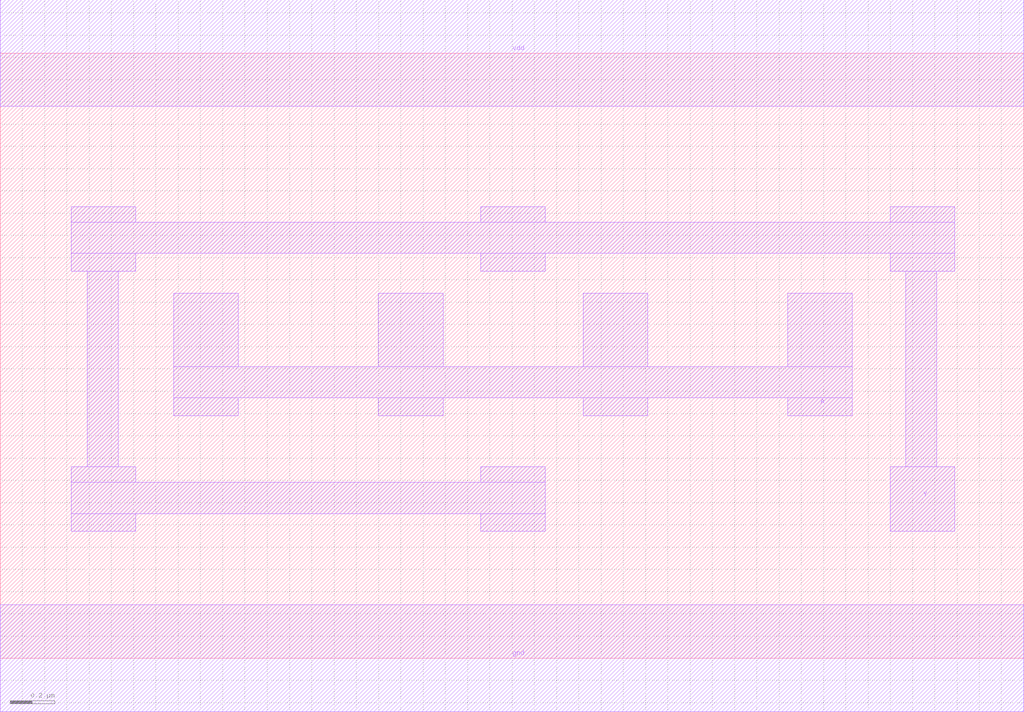
<source format=lef>
VERSION 5.7 ;
  NOWIREEXTENSIONATPIN ON ;
  DIVIDERCHAR "/" ;
  BUSBITCHARS "[]" ;
MACRO INVX8
  CLASS CORE ;
  FOREIGN INVX8 ;
  ORIGIN 0.000 0.000 ;
  SIZE 4.600 BY 2.720 ;
  SYMMETRY X Y R90 ;
  SITE unithd ;
  PIN vdd
    DIRECTION INOUT ;
    USE POWER ;
    SHAPE ABUTMENT ;
    PORT
      LAYER met2 ;
        RECT 0.000 2.480 4.600 2.960 ;
    END
  END vdd
  PIN gnd
    DIRECTION INOUT ;
    USE GROUND ;
    SHAPE ABUTMENT ;
    PORT
      LAYER met2 ;
        RECT 0.000 -0.240 4.600 0.240 ;
    END
  END gnd
  PIN Y
    DIRECTION INOUT ;
    USE SIGNAL ;
    SHAPE ABUTMENT ;
    PORT
      LAYER met2 ;
        RECT 0.320 1.960 0.610 2.030 ;
        RECT 2.160 1.960 2.450 2.030 ;
        RECT 4.000 1.960 4.290 2.030 ;
        RECT 0.320 1.820 4.290 1.960 ;
        RECT 0.320 1.740 0.610 1.820 ;
        RECT 2.160 1.740 2.450 1.820 ;
        RECT 4.000 1.740 4.290 1.820 ;
        RECT 0.390 0.860 0.530 1.740 ;
        RECT 4.070 0.860 4.210 1.740 ;
        RECT 0.320 0.790 0.610 0.860 ;
        RECT 2.160 0.790 2.450 0.860 ;
        RECT 0.320 0.650 2.450 0.790 ;
        RECT 0.320 0.570 0.610 0.650 ;
        RECT 2.160 0.570 2.450 0.650 ;
        RECT 4.000 0.570 4.290 0.860 ;
    END
  END Y
  PIN A
    DIRECTION INOUT ;
    USE SIGNAL ;
    SHAPE ABUTMENT ;
    PORT
      LAYER met2 ;
        RECT 0.780 1.310 1.070 1.640 ;
        RECT 1.700 1.310 1.990 1.640 ;
        RECT 2.620 1.310 2.910 1.640 ;
        RECT 3.540 1.310 3.830 1.640 ;
        RECT 0.780 1.170 3.830 1.310 ;
        RECT 0.780 1.090 1.070 1.170 ;
        RECT 1.700 1.090 1.990 1.170 ;
        RECT 2.620 1.090 2.910 1.170 ;
        RECT 3.540 1.090 3.830 1.170 ;
    END
  END A
END INVX8
END LIBRARY


</source>
